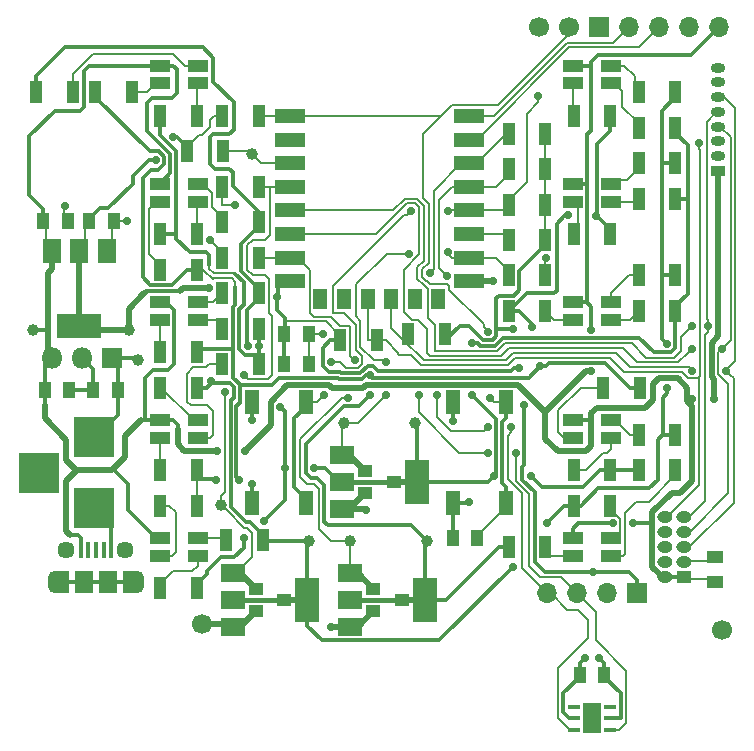
<source format=gbr>
G04 #@! TF.FileFunction,Copper,L1,Top,Signal*
%FSLAX46Y46*%
G04 Gerber Fmt 4.6, Leading zero omitted, Abs format (unit mm)*
G04 Created by KiCad (PCBNEW 4.0.7) date 2018 March 10, Saturday 13:23:40*
%MOMM*%
%LPD*%
G01*
G04 APERTURE LIST*
%ADD10C,0.100000*%
%ADD11R,1.100000X1.900000*%
%ADD12R,1.300000X1.000000*%
%ADD13O,1.300000X1.000000*%
%ADD14R,3.500000X3.500000*%
%ADD15R,2.000000X3.800000*%
%ADD16R,2.000000X1.500000*%
%ADD17R,3.800000X2.000000*%
%ADD18R,1.500000X2.000000*%
%ADD19R,1.600000X2.500000*%
%ADD20R,1.050000X0.450000*%
%ADD21R,1.500000X1.900000*%
%ADD22C,1.450000*%
%ADD23R,0.400000X1.350000*%
%ADD24O,1.200000X1.900000*%
%ADD25R,1.200000X1.900000*%
%ADD26R,2.500000X1.200000*%
%ADD27R,1.200000X1.800000*%
%ADD28R,1.100000X1.450000*%
%ADD29R,1.450000X1.100000*%
%ADD30R,1.200000X0.850000*%
%ADD31O,1.200000X0.850000*%
%ADD32R,1.300000X2.000000*%
%ADD33R,1.700000X1.700000*%
%ADD34O,1.700000X1.700000*%
%ADD35C,1.000000*%
%ADD36C,1.700000*%
%ADD37R,1.800000X1.800000*%
%ADD38O,1.800000X1.800000*%
%ADD39R,1.700000X1.100000*%
%ADD40C,0.700000*%
%ADD41C,0.300000*%
%ADD42C,0.200000*%
%ADD43C,0.500000*%
%ADD44C,0.400000*%
G04 APERTURE END LIST*
D10*
D11*
X115950000Y-75500000D03*
X119050000Y-75500000D03*
X118950000Y-59500000D03*
X122050000Y-59500000D03*
D12*
X122785000Y-91540000D03*
D13*
X121215000Y-91540000D03*
X122785000Y-90270000D03*
X121215000Y-90270000D03*
X122785000Y-89000000D03*
X121215000Y-89000000D03*
X122785000Y-87730000D03*
X121215000Y-87730000D03*
X122785000Y-86460000D03*
X121215000Y-86460000D03*
D14*
X72850000Y-79700000D03*
X72850000Y-85700000D03*
X68150000Y-82700000D03*
D15*
X100850000Y-93500000D03*
D16*
X94550000Y-93500000D03*
X94550000Y-95800000D03*
X94550000Y-91200000D03*
D15*
X100150000Y-83500000D03*
D16*
X93850000Y-83500000D03*
X93850000Y-85800000D03*
X93850000Y-81200000D03*
D15*
X90900000Y-93500000D03*
D16*
X84600000Y-93500000D03*
X84600000Y-95800000D03*
X84600000Y-91200000D03*
D17*
X71600000Y-70250000D03*
D18*
X71600000Y-63950000D03*
X69300000Y-63950000D03*
X73900000Y-63950000D03*
D19*
X115000000Y-103500000D03*
D20*
X116550000Y-104500000D03*
X116550000Y-103500000D03*
X116550000Y-102500000D03*
X113450000Y-102500000D03*
X113450000Y-103500000D03*
X113450000Y-104500000D03*
D21*
X74000000Y-91950000D03*
D22*
X70500000Y-89250000D03*
D23*
X72350000Y-89250000D03*
X71700000Y-89250000D03*
X74300000Y-89250000D03*
X73650000Y-89250000D03*
X73000000Y-89250000D03*
D22*
X75500000Y-89250000D03*
D21*
X72000000Y-91950000D03*
D24*
X69500000Y-91950000D03*
X76500000Y-91950000D03*
D25*
X75900000Y-91950000D03*
X70100000Y-91950000D03*
D26*
X89400000Y-52500000D03*
X89400000Y-54500000D03*
X89400000Y-56500000D03*
X89400000Y-58500000D03*
X89400000Y-60500000D03*
X89400000Y-62500000D03*
X89400000Y-64500000D03*
X89400000Y-66500000D03*
D27*
X92000000Y-68000000D03*
X94000000Y-68000000D03*
X96000000Y-68000000D03*
X98000000Y-68000000D03*
X100000000Y-68000000D03*
X102000000Y-68000000D03*
D26*
X104600000Y-66500000D03*
X104600000Y-64500000D03*
X104600000Y-62500000D03*
X104600000Y-60500000D03*
X104600000Y-58500000D03*
X104600000Y-56500000D03*
X104600000Y-54500000D03*
X104600000Y-52500000D03*
D28*
X74850000Y-75700000D03*
X72750000Y-75700000D03*
X68550000Y-61400000D03*
X70650000Y-61400000D03*
X68650000Y-75700000D03*
X70750000Y-75700000D03*
X72450000Y-61400000D03*
X74550000Y-61400000D03*
X88950000Y-73500000D03*
X91050000Y-73500000D03*
X88950000Y-71000000D03*
X91050000Y-71000000D03*
X105300000Y-88200000D03*
X103200000Y-88200000D03*
X113950000Y-99800000D03*
X116050000Y-99800000D03*
D29*
X125400000Y-91950000D03*
X125400000Y-89850000D03*
D30*
X125700000Y-57150000D03*
D31*
X125700000Y-55900000D03*
X125700000Y-54650000D03*
X125700000Y-53400000D03*
X125700000Y-52150000D03*
X125700000Y-50900000D03*
X125700000Y-49650000D03*
X125700000Y-48400000D03*
D12*
X96500000Y-92550000D03*
X96500000Y-94450000D03*
X98900000Y-93500000D03*
X95800000Y-82550000D03*
X95800000Y-84450000D03*
X98200000Y-83500000D03*
X86550000Y-92550000D03*
X86550000Y-94450000D03*
X88950000Y-93500000D03*
D11*
X80700000Y-55500000D03*
X83800000Y-55500000D03*
X83700000Y-52500000D03*
X86800000Y-52500000D03*
X111050000Y-63000000D03*
X107950000Y-63000000D03*
X107950000Y-66000000D03*
X111050000Y-66000000D03*
X86800000Y-64500000D03*
X83700000Y-64500000D03*
X111050000Y-60000000D03*
X107950000Y-60000000D03*
X86800000Y-58500000D03*
X83700000Y-58500000D03*
X76050000Y-50500000D03*
X72950000Y-50500000D03*
X78450000Y-65500000D03*
X81550000Y-65500000D03*
X81550000Y-52500000D03*
X78450000Y-52500000D03*
X81550000Y-62500000D03*
X78450000Y-62500000D03*
X71050000Y-50500000D03*
X67950000Y-50500000D03*
X83700000Y-61500000D03*
X86800000Y-61500000D03*
X78450000Y-72500000D03*
X81550000Y-72500000D03*
X78450000Y-82500000D03*
X81550000Y-82500000D03*
X83700000Y-70500000D03*
X86800000Y-70500000D03*
X83700000Y-73500000D03*
X86800000Y-73500000D03*
X83700000Y-67500000D03*
X86800000Y-67500000D03*
X78450000Y-75500000D03*
X81550000Y-75500000D03*
X78450000Y-85500000D03*
X81550000Y-85500000D03*
X113450000Y-52500000D03*
X116550000Y-52500000D03*
X78450000Y-92500000D03*
X81550000Y-92500000D03*
X118950000Y-53500000D03*
X122050000Y-53500000D03*
X84050000Y-88400000D03*
X87150000Y-88400000D03*
X118950000Y-50500000D03*
X122050000Y-50500000D03*
X113450000Y-62500000D03*
X116550000Y-62500000D03*
X111050000Y-69000000D03*
X107950000Y-69000000D03*
X118950000Y-69000000D03*
X122050000Y-69000000D03*
X118950000Y-56500000D03*
X122050000Y-56500000D03*
X118950000Y-66000000D03*
X122050000Y-66000000D03*
X111050000Y-89000000D03*
X107950000Y-89000000D03*
X113450000Y-82500000D03*
X116550000Y-82500000D03*
X122050000Y-82500000D03*
X118950000Y-82500000D03*
X118950000Y-79500000D03*
X122050000Y-79500000D03*
X116550000Y-85500000D03*
X113450000Y-85500000D03*
X111050000Y-54000000D03*
X107950000Y-54000000D03*
X93700000Y-71500000D03*
X96800000Y-71500000D03*
X111050000Y-57000000D03*
X107950000Y-57000000D03*
X102550000Y-71000000D03*
X99450000Y-71000000D03*
D32*
X107750000Y-76750000D03*
X103250000Y-76750000D03*
X103250000Y-85250000D03*
X107750000Y-85250000D03*
X90750000Y-76750000D03*
X86250000Y-76750000D03*
X86250000Y-85250000D03*
X90750000Y-85250000D03*
D33*
X118810000Y-92900000D03*
D34*
X116270000Y-92900000D03*
X113730000Y-92900000D03*
X111190000Y-92900000D03*
D35*
X86250000Y-55750000D03*
D36*
X82000000Y-95500000D03*
D35*
X94500000Y-88500000D03*
D36*
X110490000Y-45000000D03*
X113030000Y-45000000D03*
D35*
X94000000Y-78500000D03*
X83600000Y-85400000D03*
X67700000Y-70600000D03*
X76600000Y-73200000D03*
X101000000Y-88500000D03*
X100000000Y-78500000D03*
X91000000Y-88500000D03*
X75800000Y-70600000D03*
D36*
X126000000Y-96000000D03*
D33*
X115570000Y-45000000D03*
D34*
X118110000Y-45000000D03*
X120650000Y-45000000D03*
X123190000Y-45000000D03*
X125730000Y-45000000D03*
D37*
X74340000Y-72960000D03*
D38*
X71800000Y-72960000D03*
X69260000Y-72960000D03*
D39*
X78400000Y-79750000D03*
X78400000Y-78250000D03*
X81600000Y-78250000D03*
X81600000Y-79750000D03*
X78400000Y-69750000D03*
X78400000Y-68250000D03*
X81600000Y-68250000D03*
X81600000Y-69750000D03*
X78400000Y-59750000D03*
X78400000Y-58250000D03*
X81600000Y-58250000D03*
X81600000Y-59750000D03*
X78400000Y-49750000D03*
X78400000Y-48250000D03*
X81600000Y-48250000D03*
X81600000Y-49750000D03*
X78400000Y-89750000D03*
X78400000Y-88250000D03*
X81600000Y-88250000D03*
X81600000Y-89750000D03*
X113400000Y-49750000D03*
X113400000Y-48250000D03*
X116600000Y-48250000D03*
X116600000Y-49750000D03*
X113400000Y-59750000D03*
X113400000Y-58250000D03*
X116600000Y-58250000D03*
X116600000Y-59750000D03*
X113400000Y-69750000D03*
X113400000Y-68250000D03*
X116600000Y-68250000D03*
X116600000Y-69750000D03*
X113400000Y-79750000D03*
X113400000Y-78250000D03*
X116600000Y-78250000D03*
X116600000Y-79750000D03*
X113400000Y-89750000D03*
X113400000Y-88250000D03*
X116600000Y-88250000D03*
X116600000Y-89750000D03*
D40*
X70350000Y-60150000D03*
X104600000Y-85200000D03*
X84800000Y-60000000D03*
X75650002Y-61400000D03*
X86250000Y-78250000D03*
X86250000Y-83700000D03*
X95850000Y-85850000D03*
X103200000Y-78350000D03*
X111100000Y-64500034D03*
X115600000Y-98400000D03*
X92900000Y-95800000D03*
X106600000Y-66500000D03*
X92200000Y-71000000D03*
X82700000Y-63000000D03*
X125300000Y-76450000D03*
X85650000Y-80850000D03*
X83250000Y-80849996D03*
X114900000Y-74100067D03*
X114950000Y-70600000D03*
X123449990Y-76450000D03*
X118450023Y-86950000D03*
X116750000Y-87000014D03*
X88300023Y-67800000D03*
X82550000Y-67050000D03*
X78079898Y-56220110D03*
X108850000Y-73850000D03*
X79550000Y-54250000D03*
X108350000Y-70500002D03*
X109264315Y-76935685D03*
X115100000Y-91100000D03*
X114400000Y-98400000D03*
X106350000Y-76350000D03*
X106199992Y-70749935D03*
X102750000Y-66050000D03*
X101900000Y-76150000D03*
X106200004Y-78800000D03*
X108150000Y-78800000D03*
X101250000Y-65800000D03*
X106200000Y-81000000D03*
X108550000Y-81000000D03*
X100350000Y-76150000D03*
X124049990Y-54800000D03*
X126000000Y-72200000D03*
X123450000Y-72200000D03*
X124850000Y-70300000D03*
X123500000Y-70250000D03*
X126350000Y-74050000D03*
X123500000Y-74050000D03*
X94300000Y-76350012D03*
X94900000Y-73150000D03*
X96215498Y-76119935D03*
X85150000Y-83350000D03*
X83200000Y-83350000D03*
X109900000Y-70400000D03*
X113000000Y-60900002D03*
X115300011Y-61000000D03*
X96200000Y-74450000D03*
X110600000Y-73700000D03*
X97550000Y-76100000D03*
X97600000Y-73350000D03*
X102800000Y-64050000D03*
X99491840Y-64145503D03*
X85500000Y-88199999D03*
X89000000Y-82300000D03*
X109850000Y-83000000D03*
X106700000Y-83000000D03*
X91500000Y-82300000D03*
X86800000Y-72000000D03*
X87250000Y-86800000D03*
X104850000Y-71749957D03*
X88600000Y-77100000D03*
X104850000Y-76100000D03*
X83949979Y-75900000D03*
X85550000Y-74400000D03*
X121349990Y-71799933D03*
X121350000Y-75500000D03*
X85900000Y-72000000D03*
X82750000Y-74950000D03*
X108300000Y-90650000D03*
X111150000Y-86950000D03*
X92900000Y-73300000D03*
X99700001Y-60550000D03*
X102800000Y-60550000D03*
X92350000Y-76150000D03*
X110450000Y-50850000D03*
D41*
X74340000Y-72960000D02*
X76360000Y-72960000D01*
X76360000Y-72960000D02*
X76600000Y-73200000D01*
X72850000Y-79700000D02*
X72950000Y-79700000D01*
X72950000Y-79700000D02*
X74850000Y-77800000D01*
X74850000Y-77800000D02*
X74850000Y-76725000D01*
X74850000Y-76725000D02*
X74850000Y-75700000D01*
X74850000Y-75700000D02*
X74850000Y-73470000D01*
X74850000Y-73470000D02*
X74340000Y-72960000D01*
D42*
X70650000Y-61400000D02*
X70300000Y-61050000D01*
X70300000Y-61050000D02*
X70300000Y-60200000D01*
X70300000Y-60200000D02*
X70350000Y-60150000D01*
D41*
X104550000Y-85250000D02*
X104600000Y-85200000D01*
X103250000Y-85250000D02*
X104550000Y-85250000D01*
X74300000Y-89250000D02*
X74300000Y-86650000D01*
X74300000Y-86650000D02*
X74000000Y-86350000D01*
X73500000Y-86350000D02*
X72850000Y-85700000D01*
X74000000Y-86350000D02*
X73500000Y-86350000D01*
D42*
X83700000Y-60000000D02*
X84800000Y-60000000D01*
X83700000Y-58500000D02*
X83700000Y-60000000D01*
X74550000Y-61400000D02*
X75650002Y-61400000D01*
D41*
X86250000Y-76750000D02*
X86250000Y-78250000D01*
X86250000Y-85250000D02*
X86250000Y-83700000D01*
D43*
X95800000Y-85800000D02*
X95850000Y-85850000D01*
X93850000Y-85800000D02*
X95800000Y-85800000D01*
D41*
X103250000Y-76750000D02*
X103250000Y-78300000D01*
X103250000Y-78300000D02*
X103200000Y-78350000D01*
D42*
X111050000Y-64550034D02*
X111100000Y-64500034D01*
X111050000Y-66000000D02*
X111050000Y-64550034D01*
D41*
X116050000Y-99800000D02*
X116050000Y-98850000D01*
X116050000Y-98850000D02*
X115600000Y-98400000D01*
X116550000Y-103500000D02*
X117375000Y-103500000D01*
X117375000Y-103500000D02*
X117425001Y-103449999D01*
X117425001Y-103449999D02*
X117425001Y-101350001D01*
X117425001Y-101350001D02*
X116050000Y-99975000D01*
X116050000Y-99975000D02*
X116050000Y-99800000D01*
X74000000Y-91950000D02*
X75900000Y-91950000D01*
X72000000Y-91950000D02*
X74000000Y-91950000D01*
X72000000Y-91950000D02*
X70100000Y-91950000D01*
X70750000Y-75700000D02*
X72750000Y-75700000D01*
X71800000Y-72960000D02*
X72750000Y-73910000D01*
X72750000Y-73910000D02*
X72750000Y-75700000D01*
D43*
X94550000Y-95800000D02*
X92900000Y-95800000D01*
X93850000Y-85800000D02*
X94450000Y-85800000D01*
X94450000Y-85800000D02*
X95800000Y-84450000D01*
X94550000Y-95800000D02*
X95150000Y-95800000D01*
X95150000Y-95800000D02*
X96500000Y-94450000D01*
X84600000Y-95800000D02*
X85200000Y-95800000D01*
X85200000Y-95800000D02*
X86550000Y-94450000D01*
X82000000Y-95500000D02*
X84300000Y-95500000D01*
X84300000Y-95500000D02*
X84600000Y-95800000D01*
X104600000Y-66500000D02*
X106600000Y-66500000D01*
D42*
X122635000Y-90270000D02*
X122705000Y-90200000D01*
X122705000Y-90200000D02*
X125050000Y-90200000D01*
X125050000Y-90200000D02*
X125400000Y-89850000D01*
D41*
X103250000Y-85250000D02*
X103250000Y-87850000D01*
X103250000Y-87850000D02*
X103600000Y-88200000D01*
D42*
X91050000Y-73500000D02*
X91050000Y-71000000D01*
X91050000Y-71000000D02*
X92200000Y-71000000D01*
X83700000Y-64500000D02*
X83700000Y-64000000D01*
X83700000Y-64000000D02*
X82700000Y-63000000D01*
X74550000Y-61400000D02*
X74400000Y-61550000D01*
X74400000Y-61550000D02*
X74400000Y-63450000D01*
X74400000Y-63450000D02*
X73900000Y-63950000D01*
D43*
X89215997Y-75299999D02*
X92749999Y-75299999D01*
X87799998Y-76715998D02*
X89215997Y-75299999D01*
X92749999Y-75299999D02*
X93000000Y-75550000D01*
X108760001Y-75299999D02*
X110460016Y-77000014D01*
X93000000Y-75550000D02*
X95654080Y-75550000D01*
X87799998Y-78700002D02*
X87799998Y-76715998D01*
X95904081Y-75299999D02*
X108760001Y-75299999D01*
X85650000Y-80850000D02*
X87799998Y-78700002D01*
X95654080Y-75550000D02*
X95904081Y-75299999D01*
D41*
X78400000Y-48250000D02*
X72400000Y-48250000D01*
X72400000Y-48250000D02*
X71950001Y-48699999D01*
X71950001Y-48699999D02*
X71950001Y-51730001D01*
X67350000Y-59175000D02*
X68550000Y-60375000D01*
X71950001Y-51730001D02*
X71630002Y-52050000D01*
X71630002Y-52050000D02*
X69500000Y-52050000D01*
X67350000Y-54200000D02*
X67350000Y-59175000D01*
X69500000Y-52050000D02*
X67350000Y-54200000D01*
X68550000Y-60375000D02*
X68550000Y-61400000D01*
X114900000Y-48300000D02*
X114900000Y-53750000D01*
X114900000Y-53750000D02*
X114600001Y-54049999D01*
X114600001Y-54049999D02*
X114600001Y-58400000D01*
X114600001Y-58400000D02*
X114600001Y-68300001D01*
X114600001Y-68300001D02*
X114950000Y-68650000D01*
D43*
X123084004Y-76650000D02*
X123450000Y-77015996D01*
X123450000Y-77015996D02*
X123450000Y-83410002D01*
X123450000Y-83410002D02*
X122460002Y-84400000D01*
X121781483Y-84400000D02*
X120114990Y-86066493D01*
X122460002Y-84400000D02*
X121781483Y-84400000D01*
X120114990Y-86066493D02*
X120114990Y-86850000D01*
D41*
X113400000Y-88250000D02*
X113400000Y-87450000D01*
X113400000Y-87450000D02*
X113849986Y-87000014D01*
X113849986Y-87000014D02*
X116255026Y-87000014D01*
X116255026Y-87000014D02*
X116750000Y-87000014D01*
D43*
X114950000Y-78250000D02*
X114950000Y-80410002D01*
X111050000Y-77589998D02*
X110460016Y-77000014D01*
X114950000Y-80410002D02*
X114460002Y-80900000D01*
X114460002Y-80900000D02*
X112100000Y-80900000D01*
X112100000Y-80900000D02*
X111050000Y-79850000D01*
X111050000Y-79850000D02*
X111050000Y-77589998D01*
X110460016Y-77000014D02*
X111030001Y-77569999D01*
X111030001Y-77569999D02*
X114500000Y-74100000D01*
X114850000Y-74100000D02*
X114850067Y-74100067D01*
X114500000Y-74100000D02*
X114850000Y-74100000D01*
X114850067Y-74100067D02*
X114900000Y-74100067D01*
X114950000Y-78250000D02*
X114950000Y-77689998D01*
X115389999Y-77249999D02*
X119465999Y-77249999D01*
X120700002Y-74699998D02*
X122284000Y-74699998D01*
X114950000Y-77689998D02*
X115389999Y-77249999D01*
X119465999Y-77249999D02*
X120200000Y-76515998D01*
X120200000Y-76515998D02*
X120200000Y-75200000D01*
X120200000Y-75200000D02*
X120700002Y-74699998D01*
X122284000Y-74699998D02*
X123084004Y-75500002D01*
X123084004Y-75500002D02*
X123084004Y-76650000D01*
X125149987Y-74589824D02*
X125300000Y-74739837D01*
X125700000Y-57150000D02*
X125700000Y-71150000D01*
X125300000Y-74739837D02*
X125300000Y-75955026D01*
X125300000Y-75955026D02*
X125300000Y-76450000D01*
X125700000Y-71150000D02*
X125149987Y-71700013D01*
X125149987Y-71700013D02*
X125149987Y-74589824D01*
X82755026Y-80849996D02*
X83250000Y-80849996D01*
X80489994Y-80849996D02*
X82755026Y-80849996D01*
X79950000Y-79000000D02*
X79950000Y-80310002D01*
X79950000Y-80310002D02*
X80489994Y-80849996D01*
D41*
X78400000Y-68250000D02*
X78930002Y-68250000D01*
X78930002Y-68250000D02*
X79600001Y-68919999D01*
X77819998Y-74000000D02*
X77150000Y-74669998D01*
X79600001Y-68919999D02*
X79600001Y-73480001D01*
X79600001Y-73480001D02*
X79080002Y-74000000D01*
X79080002Y-74000000D02*
X77819998Y-74000000D01*
X77150000Y-74669998D02*
X77150000Y-78250000D01*
X78400000Y-58250000D02*
X79299988Y-57350012D01*
X77300000Y-53743124D02*
X77300000Y-51400000D01*
X79550000Y-48250000D02*
X78400000Y-48250000D01*
X79299988Y-57350012D02*
X79299988Y-55743112D01*
X79299988Y-55743112D02*
X77300000Y-53743124D01*
X77300000Y-51400000D02*
X77750000Y-50950000D01*
X77750000Y-50950000D02*
X79450000Y-50950000D01*
X79450000Y-50950000D02*
X79850000Y-50550000D01*
X79850000Y-48550000D02*
X79550000Y-48250000D01*
X79850000Y-50550000D02*
X79850000Y-48550000D01*
D43*
X68950000Y-72600000D02*
X68950000Y-70600000D01*
X68950000Y-70600000D02*
X68950000Y-65800000D01*
D41*
X67700000Y-70600000D02*
X68407106Y-70600000D01*
X68407106Y-70600000D02*
X68950000Y-70600000D01*
D43*
X69260000Y-72960000D02*
X69260000Y-72910000D01*
X69260000Y-72910000D02*
X68950000Y-72600000D01*
X68950000Y-65800000D02*
X69300000Y-65450000D01*
X69300000Y-65450000D02*
X69300000Y-63950000D01*
D41*
X68960000Y-72960000D02*
X69260000Y-72960000D01*
X70839998Y-88000000D02*
X71450000Y-88000000D01*
X71450000Y-88000000D02*
X71700000Y-88250000D01*
X71700000Y-88250000D02*
X71700000Y-89250000D01*
D43*
X70839998Y-88000000D02*
X70500000Y-87660002D01*
X70500000Y-87660002D02*
X70500000Y-83400000D01*
X70500000Y-83400000D02*
X71400000Y-82500000D01*
X71400000Y-82500000D02*
X71650000Y-82500000D01*
X71650000Y-82500000D02*
X71339998Y-82500000D01*
X71339998Y-82500000D02*
X70450000Y-81610002D01*
X70450000Y-81610002D02*
X70450000Y-79900000D01*
X70450000Y-79900000D02*
X68650000Y-78100000D01*
X68650000Y-78100000D02*
X68650000Y-77000000D01*
X71650000Y-82500000D02*
X74360002Y-82500000D01*
X74360002Y-82500000D02*
X74460002Y-82400000D01*
D41*
X68650000Y-75700000D02*
X68650000Y-77000000D01*
D43*
X75450000Y-81410002D02*
X74460002Y-82400000D01*
X76800000Y-78250000D02*
X75450000Y-79600000D01*
X75450000Y-79600000D02*
X75450000Y-81410002D01*
D41*
X78400000Y-88250000D02*
X78100000Y-88250000D01*
X75700000Y-85850000D02*
X75700000Y-83639998D01*
X78100000Y-88250000D02*
X75700000Y-85850000D01*
X75700000Y-83639998D02*
X74460002Y-82400000D01*
X68650000Y-75700000D02*
X68650000Y-75875000D01*
X77150000Y-78250000D02*
X76800000Y-78250000D01*
X123449990Y-76450000D02*
X123284004Y-76450000D01*
X123284004Y-76450000D02*
X123084004Y-76650000D01*
X113400000Y-78250000D02*
X114950000Y-78250000D01*
X114550000Y-68250000D02*
X114950000Y-68650000D01*
X113400000Y-68250000D02*
X114550000Y-68250000D01*
X114950000Y-70105026D02*
X114950000Y-70600000D01*
X114950000Y-68650000D02*
X114950000Y-70105026D01*
X77150000Y-78250000D02*
X78400000Y-78250000D01*
X79950000Y-79000000D02*
X79950000Y-78650000D01*
X79950000Y-78650000D02*
X79550000Y-78250000D01*
X79550000Y-78250000D02*
X78400000Y-78250000D01*
X120014990Y-86950000D02*
X118944997Y-86950000D01*
X120114990Y-86850000D02*
X120014990Y-86950000D01*
X118944997Y-86950000D02*
X118450023Y-86950000D01*
D43*
X120114990Y-90663507D02*
X120114990Y-86850000D01*
X121365000Y-91540000D02*
X120991483Y-91540000D01*
X120991483Y-91540000D02*
X120114990Y-90663507D01*
D41*
X122635000Y-91540000D02*
X121365000Y-91540000D01*
X113050000Y-68250000D02*
X113400000Y-68250000D01*
X114600001Y-58300001D02*
X114600001Y-58400000D01*
X113400000Y-58250000D02*
X114550000Y-58250000D01*
X114550000Y-58250000D02*
X114600001Y-58300001D01*
X114900000Y-47919998D02*
X114900000Y-48300000D01*
X114850000Y-48250000D02*
X114900000Y-48300000D01*
X113400000Y-48250000D02*
X114850000Y-48250000D01*
X125730000Y-45000000D02*
X123380001Y-47349999D01*
X123380001Y-47349999D02*
X115469999Y-47349999D01*
X115469999Y-47349999D02*
X114900000Y-47919998D01*
X68650000Y-75700000D02*
X68650000Y-73570000D01*
X68650000Y-73570000D02*
X69260000Y-72960000D01*
D42*
X122635000Y-91540000D02*
X122795000Y-91700000D01*
X122795000Y-91700000D02*
X125150000Y-91700000D01*
X125150000Y-91700000D02*
X125400000Y-91950000D01*
X68550000Y-61400000D02*
X68800000Y-61650000D01*
X68800000Y-61650000D02*
X68800000Y-63450000D01*
X68800000Y-63450000D02*
X69300000Y-63950000D01*
D41*
X72450000Y-61400000D02*
X72450000Y-61200000D01*
X76100000Y-58250000D02*
X76100000Y-57575000D01*
X72450000Y-61200000D02*
X73350000Y-60300000D01*
X74050000Y-60300000D02*
X76100000Y-58250000D01*
X73350000Y-60300000D02*
X74050000Y-60300000D01*
X76100000Y-57575000D02*
X77454890Y-56220110D01*
X77454890Y-56220110D02*
X77584924Y-56220110D01*
X77584924Y-56220110D02*
X78079898Y-56220110D01*
X110149999Y-84336001D02*
X109099999Y-83286001D01*
X110149999Y-90230001D02*
X110149999Y-84336001D01*
X111019997Y-91099999D02*
X110149999Y-90230001D01*
X109099999Y-83286001D02*
X109099999Y-82250001D01*
X109264315Y-82085685D02*
X109264315Y-77430659D01*
X109264315Y-77430659D02*
X109264315Y-76935685D01*
X109099999Y-82250001D02*
X109264315Y-82085685D01*
X115100000Y-91100000D02*
X111019997Y-91099999D01*
X93700000Y-71500000D02*
X92850000Y-71500000D01*
X92850000Y-71500000D02*
X92199999Y-72150001D01*
X92199999Y-72150001D02*
X92199999Y-73636001D01*
X95998415Y-73650000D02*
X96500000Y-73650000D01*
X92199999Y-73636001D02*
X92714008Y-74150010D01*
X92714008Y-74150010D02*
X93651597Y-74150010D01*
X108355026Y-73850000D02*
X108850000Y-73850000D01*
X93651597Y-74150010D02*
X93751600Y-74250013D01*
X93751600Y-74250013D02*
X95398402Y-74250013D01*
X95398402Y-74250013D02*
X95998415Y-73650000D01*
X96500000Y-73650000D02*
X96900001Y-74050001D01*
X96900001Y-74050001D02*
X108155025Y-74050001D01*
X108155025Y-74050001D02*
X108355026Y-73850000D01*
D42*
X93700000Y-71500000D02*
X93700000Y-71100000D01*
X93700000Y-71100000D02*
X92500000Y-69900000D01*
X92500000Y-69900000D02*
X89000000Y-69900000D01*
X89000000Y-69900000D02*
X89000000Y-69600000D01*
D41*
X88300023Y-67800000D02*
X88300023Y-68900023D01*
X88300023Y-68900023D02*
X89000000Y-69600000D01*
X88300023Y-67800000D02*
X88400000Y-67700023D01*
X88400000Y-67700023D02*
X88400000Y-66500000D01*
X88400000Y-66500000D02*
X89400000Y-66500000D01*
D42*
X83700000Y-52500000D02*
X83000000Y-52500000D01*
X83000000Y-52500000D02*
X82650000Y-52850000D01*
X82650000Y-52850000D02*
X82650000Y-53440002D01*
X82650000Y-53440002D02*
X81990002Y-54100000D01*
X81990002Y-54100000D02*
X81700000Y-54100000D01*
X81700000Y-54100000D02*
X80700000Y-55100000D01*
X80700000Y-55100000D02*
X80700000Y-55500000D01*
D43*
X82550000Y-67050000D02*
X80399999Y-67050000D01*
X80399999Y-67050000D02*
X80100000Y-67349999D01*
D41*
X77269999Y-67349999D02*
X80100000Y-67349999D01*
D43*
X75800000Y-70600000D02*
X75800000Y-68819998D01*
X75800000Y-68819998D02*
X77099999Y-67519999D01*
X77099999Y-67519999D02*
X77169998Y-67450000D01*
D41*
X77169998Y-67450000D02*
X77269999Y-67349999D01*
D43*
X75800000Y-70600000D02*
X71950000Y-70600000D01*
X71950000Y-70600000D02*
X71600000Y-70250000D01*
X71600000Y-70250000D02*
X71600000Y-63950000D01*
D41*
X106900002Y-70500000D02*
X106900002Y-71136001D01*
X104563996Y-70250000D02*
X103800000Y-70250000D01*
X105763941Y-71449945D02*
X104563996Y-70250000D01*
X106900002Y-71136001D02*
X106586058Y-71449945D01*
X103800000Y-70250000D02*
X102550000Y-71500000D01*
X106586058Y-71449945D02*
X105763941Y-71449945D01*
X79850000Y-54250000D02*
X79550000Y-54250000D01*
X80700000Y-55100000D02*
X79850000Y-54250000D01*
X106900002Y-67919996D02*
X106900002Y-70500000D01*
X108350000Y-70500002D02*
X107855026Y-70500002D01*
X107855026Y-70500002D02*
X107855024Y-70500000D01*
X107855024Y-70500000D02*
X106900002Y-70500000D01*
X107119999Y-67699999D02*
X106900002Y-67919996D01*
X108380003Y-67699999D02*
X107119999Y-67699999D01*
X111050000Y-63000000D02*
X111050000Y-63400000D01*
X108850001Y-65599999D02*
X108850001Y-67230001D01*
X111050000Y-63400000D02*
X108850001Y-65599999D01*
X108850001Y-67230001D02*
X108380003Y-67699999D01*
X115100000Y-91100000D02*
X118160000Y-91100000D01*
X118160000Y-91100000D02*
X118810000Y-91750000D01*
X118810000Y-91750000D02*
X118810000Y-92900000D01*
X113950000Y-99800000D02*
X113950000Y-98850000D01*
X113950000Y-98850000D02*
X114400000Y-98400000D01*
X113450000Y-103500000D02*
X113069998Y-103500000D01*
X113069998Y-103500000D02*
X112574999Y-103005001D01*
X112574999Y-103005001D02*
X112574999Y-101350001D01*
X112574999Y-101350001D02*
X113950000Y-99975000D01*
X113950000Y-99975000D02*
X113950000Y-99800000D01*
X71350000Y-70500000D02*
X71600000Y-70250000D01*
D42*
X111050000Y-60000000D02*
X111050000Y-63000000D01*
X111050000Y-57000000D02*
X111050000Y-60000000D01*
X111050000Y-54000000D02*
X111050000Y-57000000D01*
D41*
X89000000Y-69600000D02*
X89000000Y-70950000D01*
X88950000Y-73500000D02*
X88950000Y-71000000D01*
X89000000Y-70950000D02*
X88950000Y-71000000D01*
D42*
X88950000Y-73500000D02*
X88950000Y-72575000D01*
X88950000Y-72575000D02*
X88950000Y-71000000D01*
X71600000Y-63950000D02*
X71600000Y-63600000D01*
X71600000Y-63600000D02*
X72100000Y-63100000D01*
X72100000Y-63100000D02*
X72100000Y-61750000D01*
X72100000Y-61750000D02*
X72450000Y-61400000D01*
X102209998Y-52500000D02*
X100700000Y-54009998D01*
X100700000Y-54009998D02*
X100700000Y-59456595D01*
X100700000Y-59456595D02*
X101172306Y-59928901D01*
X101172306Y-59928901D02*
X101172306Y-64915692D01*
X101172306Y-64915692D02*
X100599999Y-65487999D01*
X100599999Y-65487999D02*
X100599999Y-66112001D01*
X105849993Y-70399936D02*
X106199992Y-70749935D01*
X100599999Y-66112001D02*
X100937999Y-66450001D01*
X100937999Y-66450001D02*
X101055703Y-66450001D01*
X101305702Y-66700000D02*
X102740002Y-66700000D01*
X101055703Y-66450001D02*
X101305702Y-66700000D01*
X102740002Y-66700000D02*
X102900001Y-66859999D01*
X102900001Y-66859999D02*
X102900001Y-67200001D01*
X105849993Y-70149993D02*
X105849993Y-70399936D01*
X102900001Y-67200001D02*
X105849993Y-70149993D01*
D41*
X107750000Y-85250000D02*
X107750000Y-83950000D01*
X107400016Y-78399984D02*
X107750000Y-78050000D01*
X107750000Y-83950000D02*
X107400016Y-83600016D01*
X107750000Y-78050000D02*
X107750000Y-76750000D01*
X107400016Y-83600016D02*
X107400016Y-78399984D01*
D42*
X106699999Y-76699999D02*
X106350000Y-76350000D01*
X106750000Y-76750000D02*
X106699999Y-76699999D01*
X107750000Y-76750000D02*
X106750000Y-76750000D01*
X105300000Y-88200000D02*
X105300000Y-88025000D01*
X105300000Y-88025000D02*
X107750000Y-85575000D01*
X107750000Y-85575000D02*
X107750000Y-85250000D01*
X89400000Y-52500000D02*
X102209998Y-52500000D01*
X102209998Y-52500000D02*
X103109999Y-51599999D01*
X103109999Y-51599999D02*
X107000001Y-51599999D01*
X107000001Y-51599999D02*
X113030000Y-45570000D01*
X113030000Y-45570000D02*
X113030000Y-45000000D01*
X86800000Y-52500000D02*
X87550000Y-52500000D01*
X87550000Y-52500000D02*
X89400000Y-52500000D01*
X116810509Y-46299491D02*
X117260001Y-45849999D01*
X112866209Y-46299491D02*
X116810509Y-46299491D01*
X117260001Y-45849999D02*
X118110000Y-45000000D01*
X104600000Y-52500000D02*
X106665700Y-52500000D01*
X106665700Y-52500000D02*
X112866209Y-46299491D01*
X118950499Y-46699501D02*
X119800001Y-45849999D01*
X113050499Y-46699501D02*
X118950499Y-46699501D01*
X105250000Y-54500000D02*
X113050499Y-46699501D01*
X104600000Y-54500000D02*
X105250000Y-54500000D01*
X119800001Y-45849999D02*
X120650000Y-45000000D01*
X102400001Y-65700001D02*
X102750000Y-66050000D01*
X102049998Y-65349998D02*
X102400001Y-65700001D01*
X102049998Y-59600002D02*
X102049998Y-65349998D01*
X103150000Y-58500000D02*
X102049998Y-59600002D01*
X104600000Y-58500000D02*
X103150000Y-58500000D01*
X109050000Y-90760000D02*
X109050000Y-84438115D01*
X107850027Y-83238142D02*
X107850027Y-79594947D01*
X108150000Y-79294974D02*
X108150000Y-78800000D01*
X109050000Y-84438115D02*
X107850027Y-83238142D01*
X107850027Y-79594947D02*
X108150000Y-79294974D01*
X111190000Y-92900000D02*
X109050000Y-90760000D01*
X101900000Y-76644974D02*
X101900000Y-76150000D01*
X101900000Y-77981231D02*
X101900000Y-76644974D01*
X105850005Y-79149999D02*
X103068768Y-79149999D01*
X106200004Y-78800000D02*
X105850005Y-79149999D01*
X103068768Y-79149999D02*
X101900000Y-77981231D01*
X113450000Y-104500000D02*
X113150000Y-104500000D01*
X113150000Y-104500000D02*
X112124990Y-103474990D01*
X112124990Y-103474990D02*
X112124990Y-99275010D01*
X112124990Y-99275010D02*
X114700000Y-96700000D01*
X114700000Y-96700000D02*
X114700000Y-95200000D01*
X114700000Y-95200000D02*
X113800000Y-94300000D01*
X113800000Y-94300000D02*
X112900000Y-94300000D01*
X112900000Y-94300000D02*
X111500000Y-92900000D01*
X111500000Y-92900000D02*
X111190000Y-92900000D01*
X104600000Y-58500000D02*
X106850000Y-58500000D01*
X106850000Y-58500000D02*
X107950000Y-57400000D01*
X107950000Y-57400000D02*
X107950000Y-57000000D01*
X101599999Y-65450001D02*
X101250000Y-65800000D01*
X101600035Y-65449965D02*
X101599999Y-65450001D01*
X101600035Y-58849965D02*
X101600035Y-65449965D01*
X103950000Y-56500000D02*
X101600035Y-58849965D01*
X104600000Y-56500000D02*
X103950000Y-56500000D01*
X108550000Y-83372415D02*
X108550000Y-81494974D01*
X112380010Y-91550010D02*
X110600010Y-91550010D01*
X109650000Y-90600000D02*
X109650000Y-84472415D01*
X108550000Y-81494974D02*
X108550000Y-81000000D01*
X110600010Y-91550010D02*
X109650000Y-90600000D01*
X109650000Y-84472415D02*
X108550000Y-83372415D01*
X113730000Y-92900000D02*
X112380010Y-91550010D01*
X105705026Y-81000000D02*
X106200000Y-81000000D01*
X103750000Y-81000000D02*
X105705026Y-81000000D01*
X100350000Y-77600000D02*
X103750000Y-81000000D01*
X100350000Y-76150000D02*
X100350000Y-77600000D01*
X116550000Y-104500000D02*
X117275000Y-104500000D01*
X117275000Y-104500000D02*
X117875011Y-103899989D01*
X117875011Y-99475011D02*
X115300000Y-96900000D01*
X117875011Y-103899989D02*
X117875011Y-99475011D01*
X115300000Y-96900000D02*
X115300000Y-94470000D01*
X115300000Y-94470000D02*
X113730000Y-92900000D01*
X104600000Y-56500000D02*
X105250000Y-56500000D01*
X105250000Y-56500000D02*
X107750000Y-54000000D01*
X107750000Y-54000000D02*
X107950000Y-54000000D01*
X96800000Y-71500000D02*
X97550000Y-71500000D01*
X98599999Y-72690001D02*
X98659999Y-72750001D01*
X107865699Y-73600000D02*
X108515653Y-72950046D01*
X97550000Y-71500000D02*
X98599999Y-72549999D01*
X98599999Y-72549999D02*
X98599999Y-72690001D01*
X98659999Y-72750001D02*
X99700001Y-72750001D01*
X99700001Y-72750001D02*
X100550000Y-73600000D01*
X100550000Y-73600000D02*
X107865699Y-73600000D01*
X108515653Y-72950046D02*
X116550046Y-72950046D01*
X116550046Y-72950046D02*
X117749987Y-74149987D01*
X117749987Y-74149987D02*
X122599987Y-74149987D01*
X122599987Y-74149987D02*
X123150001Y-74700001D01*
X123150001Y-74700001D02*
X123999999Y-74700001D01*
X123999999Y-74700001D02*
X124100000Y-74600000D01*
X124049990Y-55294974D02*
X124049990Y-54800000D01*
X124100000Y-74600000D02*
X124150002Y-74549998D01*
X124150002Y-55394986D02*
X124049990Y-55294974D01*
X124150002Y-74549998D02*
X124150002Y-55394986D01*
X124100000Y-83725000D02*
X124100000Y-74600000D01*
X121365000Y-86460000D02*
X124100000Y-83725000D01*
X125400000Y-54650000D02*
X126200000Y-54650000D01*
X96000000Y-68000000D02*
X96000000Y-71450000D01*
X96050000Y-71500000D02*
X96800000Y-71500000D01*
X96000000Y-71450000D02*
X96050000Y-71500000D01*
X122635000Y-87730000D02*
X123270000Y-87730000D01*
X123270000Y-87730000D02*
X126550000Y-84450000D01*
X126550000Y-84450000D02*
X126550000Y-75212004D01*
X126550000Y-75212004D02*
X125699999Y-74362003D01*
X125699999Y-74362003D02*
X125699999Y-72500001D01*
X125699999Y-72500001D02*
X126000000Y-72200000D01*
X89400000Y-62500000D02*
X96737994Y-62500000D01*
X99740001Y-69749999D02*
X100240001Y-69749999D01*
X99337996Y-59899998D02*
X100012003Y-59899998D01*
X96737994Y-62500000D02*
X99337996Y-59899998D01*
X100240001Y-69749999D02*
X101044290Y-70554288D01*
X100012003Y-59899998D02*
X100356620Y-60244615D01*
X100356620Y-60244615D02*
X100356620Y-64199976D01*
X100356620Y-64199976D02*
X99050002Y-65506594D01*
X99050002Y-65506594D02*
X99050002Y-69060000D01*
X107300022Y-72799978D02*
X107949976Y-72150024D01*
X99050002Y-69060000D02*
X99740001Y-69749999D01*
X107949976Y-72150024D02*
X117600024Y-72150024D01*
X101244279Y-72799978D02*
X107300022Y-72799978D01*
X101044290Y-70554288D02*
X101044290Y-72599989D01*
X101044290Y-72599989D02*
X101244279Y-72799978D01*
X117600024Y-72150024D02*
X118799965Y-73349965D01*
X118799965Y-73349965D02*
X122300035Y-73349965D01*
X122300035Y-73349965D02*
X123100001Y-72549999D01*
X123100001Y-72549999D02*
X123450000Y-72200000D01*
X126349999Y-71850001D02*
X126000000Y-72200000D01*
X126749997Y-71450003D02*
X126349999Y-71850001D01*
X125875000Y-53400000D02*
X126749997Y-54274997D01*
X125700000Y-53400000D02*
X125875000Y-53400000D01*
X126749997Y-54274997D02*
X126749997Y-71450003D01*
X122635000Y-86460000D02*
X123240000Y-86460000D01*
X123240000Y-86460000D02*
X124600012Y-85099988D01*
X124600012Y-85099988D02*
X124600012Y-74717682D01*
X124599976Y-74717646D02*
X124599976Y-71044998D01*
X124600012Y-74717682D02*
X124599976Y-74717646D01*
X124850000Y-70794974D02*
X124850000Y-70300000D01*
X124599976Y-71044998D02*
X124850000Y-70794974D01*
X89400000Y-60500000D02*
X98172294Y-60500000D01*
X100772310Y-66850012D02*
X100799995Y-66850012D01*
X98172294Y-60500000D02*
X99172307Y-59499987D01*
X100772295Y-60094590D02*
X100772295Y-64750003D01*
X101099999Y-69599999D02*
X101699999Y-70199999D01*
X99172307Y-59499987D02*
X100177692Y-59499987D01*
X100177692Y-59499987D02*
X100772295Y-60094590D01*
X100772295Y-64750003D02*
X100199988Y-65322310D01*
X100199988Y-65322310D02*
X100199988Y-66277690D01*
X122500013Y-71249987D02*
X123500000Y-70250000D01*
X100199988Y-66277690D02*
X100772310Y-66850012D01*
X101699999Y-70199999D02*
X101699999Y-72399967D01*
X100799995Y-66850012D02*
X101099999Y-67150016D01*
X101099999Y-67150016D02*
X101099999Y-69599999D01*
X101699999Y-72399967D02*
X106979569Y-72399967D01*
X106979569Y-72399967D02*
X107629523Y-71750013D01*
X107629523Y-71750013D02*
X118400013Y-71750013D01*
X118400013Y-71750013D02*
X119599954Y-72949954D01*
X119599954Y-72949954D02*
X121950046Y-72949954D01*
X121950046Y-72949954D02*
X122500013Y-72399987D01*
X122500013Y-72399987D02*
X122500013Y-71249987D01*
X124850000Y-69805026D02*
X124850000Y-70300000D01*
X124700000Y-69655026D02*
X124850000Y-69805026D01*
X125525000Y-52150000D02*
X124700000Y-52975000D01*
X124700000Y-52975000D02*
X124700000Y-69655026D01*
X125700000Y-52150000D02*
X125525000Y-52150000D01*
X122635000Y-89000000D02*
X123250000Y-89000000D01*
X123250000Y-89000000D02*
X126999999Y-85250001D01*
X126999999Y-85250001D02*
X126999999Y-74699999D01*
X126999999Y-74699999D02*
X126699999Y-74399999D01*
X126699999Y-74399999D02*
X126350000Y-74050000D01*
X126200000Y-50900000D02*
X127150000Y-51850000D01*
X127150000Y-51850000D02*
X127150000Y-73250000D01*
X127150000Y-73250000D02*
X126699999Y-73700001D01*
X126699999Y-73700001D02*
X126350000Y-74050000D01*
X98900000Y-71350000D02*
X100749989Y-73199989D01*
X100749989Y-73199989D02*
X107700010Y-73199989D01*
X108349964Y-72550035D02*
X117050035Y-72550035D01*
X118249976Y-73749976D02*
X123199976Y-73749976D01*
X107700010Y-73199989D02*
X108349964Y-72550035D01*
X117050035Y-72550035D02*
X118249976Y-73749976D01*
X123199976Y-73749976D02*
X123500000Y-74050000D01*
X98000000Y-70450000D02*
X98900000Y-71350000D01*
X99450000Y-71000000D02*
X99250000Y-71000000D01*
X99250000Y-71000000D02*
X98900000Y-71350000D01*
X98000000Y-68000000D02*
X98000000Y-70450000D01*
X76050000Y-50500000D02*
X77350000Y-50500000D01*
X77350000Y-50500000D02*
X78100000Y-49750000D01*
X78100000Y-49750000D02*
X78400000Y-49750000D01*
X81600000Y-48250000D02*
X80550000Y-48250000D01*
X80550000Y-48250000D02*
X79550000Y-47250000D01*
X79550000Y-47250000D02*
X72750000Y-47250000D01*
X71050000Y-48950000D02*
X71050000Y-50500000D01*
X72750000Y-47250000D02*
X71050000Y-48950000D01*
X80800000Y-48250000D02*
X81600000Y-48250000D01*
X81550000Y-48200000D02*
X81600000Y-48250000D01*
X81550000Y-52500000D02*
X81550000Y-49800000D01*
X81550000Y-49800000D02*
X81600000Y-49750000D01*
X78400000Y-59750000D02*
X78100000Y-59750000D01*
X78100000Y-59750000D02*
X77500000Y-60350000D01*
X77500000Y-60350000D02*
X77500000Y-64200000D01*
X78450000Y-65150000D02*
X78450000Y-65500000D01*
X77500000Y-64200000D02*
X78450000Y-65150000D01*
X83700000Y-61100000D02*
X83700000Y-61500000D01*
X82800000Y-60200000D02*
X83700000Y-61100000D01*
X82800000Y-59009998D02*
X82800000Y-60200000D01*
X82040002Y-58250000D02*
X82800000Y-59009998D01*
X81600000Y-58250000D02*
X82040002Y-58250000D01*
X81550000Y-62500000D02*
X81550000Y-59800000D01*
X81550000Y-59800000D02*
X81600000Y-59750000D01*
X78400000Y-69750000D02*
X78400000Y-72450000D01*
X78400000Y-72450000D02*
X78450000Y-72500000D01*
X81600000Y-68250000D02*
X82950000Y-68250000D01*
X82950000Y-68250000D02*
X83700000Y-67500000D01*
X81600000Y-69750000D02*
X83550000Y-69750000D01*
X83550000Y-69750000D02*
X83700000Y-69900000D01*
X83700000Y-69900000D02*
X83700000Y-70500000D01*
X78400000Y-79750000D02*
X78400000Y-82450000D01*
X78400000Y-82450000D02*
X78450000Y-82500000D01*
X81600000Y-78250000D02*
X81300000Y-78250000D01*
X81300000Y-78250000D02*
X78550000Y-75500000D01*
X78550000Y-75500000D02*
X78450000Y-75500000D01*
X81600000Y-78250000D02*
X82350000Y-78250000D01*
X83700000Y-73500000D02*
X82590002Y-73500000D01*
X82340001Y-73750001D02*
X81259997Y-73750001D01*
X80699999Y-74309999D02*
X80699999Y-76690001D01*
X82590002Y-73500000D02*
X82340001Y-73750001D01*
X81009998Y-77000000D02*
X82400000Y-77000000D01*
X81259997Y-73750001D02*
X80699999Y-74309999D01*
X82650000Y-79750000D02*
X81600000Y-79750000D01*
X80699999Y-76690001D02*
X81009998Y-77000000D01*
X82400000Y-77000000D02*
X82900000Y-77500000D01*
X82900000Y-77500000D02*
X82900000Y-79500000D01*
X82900000Y-79500000D02*
X82650000Y-79750000D01*
X78450000Y-85500000D02*
X79200000Y-85500000D01*
X79750000Y-86050000D02*
X79750000Y-89450000D01*
X79200000Y-85500000D02*
X79750000Y-86050000D01*
X79750000Y-89450000D02*
X79450000Y-89750000D01*
X79450000Y-89750000D02*
X78400000Y-89750000D01*
X81600000Y-88250000D02*
X83900000Y-88250000D01*
X83900000Y-88250000D02*
X84050000Y-88400000D01*
X81600000Y-88250000D02*
X81900000Y-88250000D01*
X78450000Y-92500000D02*
X78450000Y-92100000D01*
X78450000Y-92100000D02*
X79500000Y-91050000D01*
X81600000Y-90600000D02*
X81600000Y-89750000D01*
X79500000Y-91050000D02*
X81150000Y-91050000D01*
X81150000Y-91050000D02*
X81600000Y-90600000D01*
X113400000Y-49750000D02*
X113400000Y-52450000D01*
X113400000Y-52450000D02*
X113450000Y-52500000D01*
X116600000Y-48250000D02*
X117700000Y-48250000D01*
X117700000Y-48250000D02*
X118600000Y-49150000D01*
X118600000Y-49150000D02*
X118600000Y-50150000D01*
X118600000Y-50150000D02*
X118950000Y-50500000D01*
X116600000Y-49750000D02*
X116950000Y-49750000D01*
X116950000Y-49750000D02*
X117550000Y-50350000D01*
X117550000Y-50350000D02*
X117550000Y-51700000D01*
X117550000Y-51700000D02*
X118950000Y-53100000D01*
X118950000Y-53100000D02*
X118950000Y-53500000D01*
X113450000Y-62500000D02*
X113850011Y-62099989D01*
X113850011Y-62099989D02*
X113850011Y-60200011D01*
X113850011Y-60200011D02*
X113400000Y-59750000D01*
X118950000Y-56500000D02*
X118950000Y-56900000D01*
X118950000Y-56900000D02*
X117950000Y-57900000D01*
X117950000Y-57900000D02*
X117250000Y-57900000D01*
X117250000Y-57900000D02*
X116900000Y-58250000D01*
X116900000Y-58250000D02*
X116600000Y-58250000D01*
X116600000Y-59750000D02*
X118700000Y-59750000D01*
X118700000Y-59750000D02*
X118950000Y-59500000D01*
X113400000Y-69750000D02*
X111800000Y-69750000D01*
X111800000Y-69750000D02*
X111050000Y-69000000D01*
X116600000Y-68250000D02*
X116600000Y-67500000D01*
X116600000Y-67500000D02*
X118100000Y-66000000D01*
X118200000Y-66000000D02*
X118950000Y-66000000D01*
X118100000Y-66000000D02*
X118200000Y-66000000D01*
X116600000Y-69750000D02*
X118200000Y-69750000D01*
X118200000Y-69750000D02*
X118950000Y-69000000D01*
X112150000Y-77400000D02*
X114050000Y-75500000D01*
X112150000Y-79250000D02*
X112150000Y-77400000D01*
X113400000Y-79750000D02*
X112650000Y-79750000D01*
X112650000Y-79750000D02*
X112150000Y-79250000D01*
X114050000Y-75500000D02*
X115950000Y-75500000D01*
X118950000Y-79500000D02*
X118200000Y-79500000D01*
X118200000Y-79500000D02*
X116950000Y-78250000D01*
X116950000Y-78250000D02*
X116600000Y-78250000D01*
X113450000Y-82500000D02*
X114509998Y-82500000D01*
X116600000Y-80700000D02*
X116600000Y-79750000D01*
X114509998Y-82500000D02*
X115959998Y-81050000D01*
X115959998Y-81050000D02*
X116250000Y-81050000D01*
X116250000Y-81050000D02*
X116600000Y-80700000D01*
X116550000Y-79800000D02*
X116600000Y-79750000D01*
X113400000Y-89750000D02*
X111150000Y-89750000D01*
X111150000Y-89750000D02*
X111050000Y-89650000D01*
X111050000Y-89650000D02*
X111050000Y-89000000D01*
X116600000Y-88250000D02*
X116850000Y-88250000D01*
X116850000Y-88250000D02*
X117400002Y-87699998D01*
X117400002Y-87699998D02*
X117400002Y-86650002D01*
X117400002Y-86650002D02*
X116550000Y-85800000D01*
X116550000Y-85800000D02*
X116550000Y-85500000D01*
X119800000Y-85200000D02*
X119800000Y-85150000D01*
X119800000Y-85150000D02*
X122050000Y-82900000D01*
X122050000Y-82900000D02*
X122050000Y-82500000D01*
X117800013Y-86099987D02*
X118700000Y-85200000D01*
X118700000Y-85200000D02*
X119800000Y-85200000D01*
X116600000Y-89750000D02*
X117650000Y-89750000D01*
X117800013Y-89599987D02*
X117800013Y-86099987D01*
X117650000Y-89750000D02*
X117800013Y-89599987D01*
X90299988Y-79855050D02*
X93805026Y-76350012D01*
X93805026Y-76350012D02*
X94300000Y-76350012D01*
X90299988Y-83099988D02*
X90299988Y-79855050D01*
X91899989Y-87499989D02*
X91899989Y-84099989D01*
X91500000Y-83700000D02*
X90900000Y-83700000D01*
X94500000Y-88500000D02*
X92900000Y-88500000D01*
X92900000Y-88500000D02*
X91899989Y-87499989D01*
X90900000Y-83700000D02*
X90299988Y-83099988D01*
X91899989Y-84099989D02*
X91500000Y-83700000D01*
X94550001Y-70309999D02*
X94550001Y-72800001D01*
X91459988Y-69499990D02*
X92894289Y-69499990D01*
X94490001Y-70249999D02*
X94550001Y-70309999D01*
X91099999Y-65549999D02*
X91099999Y-69140001D01*
X94550001Y-72800001D02*
X94900000Y-73150000D01*
X90050000Y-64500000D02*
X91099999Y-65549999D01*
X89400000Y-64500000D02*
X90050000Y-64500000D01*
X92894289Y-69499990D02*
X93644298Y-70249999D01*
X91099999Y-69140001D02*
X91459988Y-69499990D01*
X93644298Y-70249999D02*
X94490001Y-70249999D01*
X94550000Y-91200000D02*
X94550000Y-88550000D01*
X94550000Y-88550000D02*
X94500000Y-88500000D01*
D43*
X94550000Y-91200000D02*
X95150000Y-91200000D01*
X95150000Y-91200000D02*
X96500000Y-92550000D01*
D42*
X86800000Y-64500000D02*
X87550000Y-64500000D01*
X87550000Y-64500000D02*
X89400000Y-64500000D01*
D41*
X85250000Y-75300000D02*
X87900000Y-75300000D01*
X87900000Y-75300000D02*
X88500010Y-74699990D01*
X88500010Y-74699990D02*
X93494457Y-74699990D01*
X93494457Y-74699990D02*
X93594467Y-74800000D01*
X93594467Y-74800000D02*
X95555537Y-74800000D01*
X95555537Y-74800000D02*
X95905537Y-74450000D01*
X95905537Y-74450000D02*
X96200000Y-74450000D01*
X95865499Y-76469934D02*
X96215498Y-76119935D01*
X95285419Y-77050014D02*
X95865499Y-76469934D01*
X92350000Y-86850000D02*
X92350000Y-83750000D01*
X90749999Y-82699999D02*
X90749999Y-80264013D01*
X91200000Y-83150000D02*
X90749999Y-82699999D01*
X92650509Y-87150509D02*
X92350000Y-86850000D01*
X101000000Y-88500000D02*
X99650509Y-87150509D01*
X92350000Y-83750000D02*
X91750000Y-83150000D01*
X91750000Y-83150000D02*
X91200000Y-83150000D01*
X99650509Y-87150509D02*
X92650509Y-87150509D01*
X90749999Y-80264013D02*
X93963998Y-77050014D01*
X93963998Y-77050014D02*
X95285419Y-77050014D01*
X85250000Y-75300000D02*
X85200000Y-75350000D01*
X85200000Y-75350000D02*
X85200000Y-76793124D01*
X85200000Y-76793124D02*
X84900023Y-77093101D01*
X84900023Y-77093101D02*
X84900023Y-83100023D01*
X84900023Y-83100023D02*
X85050000Y-83250000D01*
X85050000Y-83250000D02*
X85150000Y-83350000D01*
X81550000Y-82500000D02*
X81550000Y-83050000D01*
X81550000Y-83050000D02*
X81700000Y-83200000D01*
X81700000Y-83200000D02*
X83050000Y-83200000D01*
X83050000Y-83200000D02*
X83200000Y-83350000D01*
X110600000Y-73700000D02*
X109647264Y-74652736D01*
X109647264Y-74652736D02*
X96402736Y-74652736D01*
X96402736Y-74652736D02*
X96200000Y-74450000D01*
X107950000Y-89000000D02*
X107100000Y-89000000D01*
X107100000Y-89000000D02*
X102600000Y-93500000D01*
X102600000Y-93500000D02*
X102150000Y-93500000D01*
X102150000Y-93500000D02*
X100850000Y-93500000D01*
X81550000Y-72500000D02*
X81550000Y-72199999D01*
X81550000Y-72199999D02*
X84530001Y-72199999D01*
X72950000Y-50500000D02*
X72950000Y-50900000D01*
X72950000Y-50900000D02*
X77549996Y-55499996D01*
X78286002Y-57050002D02*
X77686002Y-57050002D01*
X77549996Y-55499996D02*
X78349750Y-55499996D01*
X78349750Y-55499996D02*
X78799977Y-55950223D01*
X78799977Y-55950223D02*
X78799977Y-56536027D01*
X78799977Y-56536027D02*
X78286002Y-57050002D01*
X77686002Y-57050002D02*
X76950000Y-57786004D01*
X76950000Y-57786004D02*
X76950000Y-66130002D01*
X76950000Y-66130002D02*
X77619999Y-66800001D01*
X77619999Y-66800001D02*
X78200000Y-66800001D01*
X78200000Y-66800001D02*
X79399999Y-66800001D01*
X77849999Y-66800001D02*
X78200000Y-66800001D01*
X79399999Y-66800001D02*
X80700000Y-65500000D01*
X80700000Y-65500000D02*
X81550000Y-65500000D01*
X84800000Y-66950000D02*
X84800000Y-68485760D01*
X84800000Y-68485760D02*
X84600001Y-68685759D01*
X84600001Y-72129999D02*
X84530001Y-72199999D01*
X84600001Y-68685759D02*
X84600001Y-72129999D01*
X84600001Y-72269999D02*
X84600001Y-74650001D01*
X84530001Y-72199999D02*
X84600001Y-72269999D01*
X84600001Y-74650001D02*
X85250000Y-75300000D01*
D42*
X84800000Y-66559998D02*
X84800000Y-66950000D01*
X82909999Y-66249999D02*
X84490001Y-66249999D01*
X84490001Y-66249999D02*
X84800000Y-66559998D01*
X81550000Y-65500000D02*
X82094299Y-65500000D01*
X82094299Y-65500000D02*
X82877148Y-66282850D01*
X82877148Y-66282850D02*
X82909999Y-66249999D01*
D41*
X112000000Y-66150000D02*
X112000000Y-61650000D01*
X112000000Y-67092880D02*
X112000000Y-66150000D01*
X109500000Y-67500000D02*
X109199991Y-67800009D01*
X112000000Y-66150000D02*
X112000000Y-67300000D01*
X112000000Y-67300000D02*
X111800000Y-67500000D01*
X111800000Y-67500000D02*
X109500000Y-67500000D01*
X109900000Y-70100000D02*
X109900000Y-70400000D01*
X108800000Y-69000000D02*
X109900000Y-70100000D01*
X107950000Y-69000000D02*
X108800000Y-69000000D01*
X112900002Y-61000000D02*
X113000000Y-60900002D01*
X112000000Y-61650000D02*
X112650000Y-61000000D01*
X112650000Y-61000000D02*
X112900002Y-61000000D01*
X115350012Y-60949999D02*
X115300011Y-61000000D01*
X115399999Y-60949999D02*
X115350012Y-60949999D01*
X111094974Y-73700000D02*
X110600000Y-73700000D01*
X116100057Y-73400057D02*
X111394917Y-73400057D01*
X118200000Y-75500000D02*
X116100057Y-73400057D01*
X111394917Y-73400057D02*
X111094974Y-73700000D01*
X119050000Y-75500000D02*
X118200000Y-75500000D01*
X109199991Y-67800009D02*
X109149991Y-67800009D01*
X109149991Y-67800009D02*
X107950000Y-69000000D01*
X116550000Y-62500000D02*
X116550000Y-62100000D01*
X116550000Y-62100000D02*
X115399999Y-60949999D01*
X115399999Y-60949999D02*
X115399999Y-54900001D01*
X115399999Y-54900001D02*
X116550000Y-53750000D01*
X116550000Y-53750000D02*
X116550000Y-52500000D01*
X100850000Y-93500000D02*
X100850000Y-88650000D01*
X100850000Y-88650000D02*
X101000000Y-88500000D01*
D43*
X98900000Y-93500000D02*
X100850000Y-93500000D01*
X99500000Y-93500000D02*
X98900000Y-93500000D01*
D44*
X94550000Y-93500000D02*
X99500000Y-93500000D01*
D42*
X81550000Y-85500000D02*
X81550000Y-84350000D01*
X81550000Y-84350000D02*
X81550000Y-82500000D01*
X81550000Y-72500000D02*
X81550000Y-72100000D01*
X81550000Y-65900000D02*
X81550000Y-65500000D01*
X97200001Y-76449999D02*
X97550000Y-76100000D01*
X95150000Y-78500000D02*
X97200001Y-76449999D01*
X94000000Y-78500000D02*
X95150000Y-78500000D01*
X99491840Y-64145503D02*
X97604497Y-64145503D01*
X97450000Y-73200000D02*
X97600000Y-73350000D01*
X97604497Y-64145503D02*
X95000000Y-66750000D01*
X95000000Y-69434300D02*
X95400021Y-69834321D01*
X95000000Y-66750000D02*
X95000000Y-69434300D01*
X95400021Y-69834321D02*
X95400021Y-72044995D01*
X95400021Y-72044995D02*
X96505026Y-73150000D01*
X96505026Y-73150000D02*
X97400000Y-73150000D01*
X97400000Y-73150000D02*
X97450000Y-73200000D01*
X104600000Y-64500000D02*
X103150000Y-64500000D01*
X102800000Y-64150000D02*
X102800000Y-64050000D01*
X103150000Y-64500000D02*
X102800000Y-64150000D01*
X93850000Y-81200000D02*
X93850000Y-78650000D01*
X93850000Y-78650000D02*
X94000000Y-78500000D01*
D43*
X93850000Y-81200000D02*
X94450000Y-81200000D01*
X94450000Y-81200000D02*
X95800000Y-82550000D01*
D42*
X104600000Y-64500000D02*
X106850000Y-64500000D01*
X106850000Y-64500000D02*
X107950000Y-65600000D01*
X107950000Y-65600000D02*
X107950000Y-66000000D01*
X82600000Y-65100000D02*
X82600000Y-65440002D01*
X82600000Y-65440002D02*
X82959998Y-65800000D01*
X84716467Y-65800000D02*
X84800000Y-65883533D01*
X82959998Y-65800000D02*
X84716467Y-65800000D01*
D41*
X84800000Y-65883533D02*
X85500000Y-66583533D01*
X85500000Y-88694973D02*
X85500000Y-88199999D01*
X84730002Y-89850000D02*
X85500000Y-89080002D01*
X85500000Y-89080002D02*
X85500000Y-88694973D01*
X83569998Y-89850000D02*
X84730002Y-89850000D01*
X81550000Y-92100000D02*
X82400000Y-91250000D01*
X81550000Y-92500000D02*
X81550000Y-92100000D01*
X82400000Y-91250000D02*
X82400000Y-91019998D01*
X82400000Y-91019998D02*
X83569998Y-89850000D01*
X87250000Y-86800000D02*
X89000000Y-85050000D01*
X89000000Y-85050000D02*
X89000000Y-82300000D01*
X88600000Y-77100000D02*
X89000000Y-77500000D01*
X89000000Y-81805026D02*
X89000000Y-82300000D01*
X89000000Y-77500000D02*
X89000000Y-81805026D01*
X82600000Y-65100000D02*
X82600000Y-64300000D01*
X82600000Y-64300000D02*
X82350000Y-64050000D01*
X82350000Y-64050000D02*
X80969998Y-64050000D01*
X80969998Y-64050000D02*
X79799999Y-62880001D01*
X79799999Y-62880001D02*
X79799999Y-62400000D01*
X123100000Y-59600000D02*
X123100000Y-59450000D01*
X123100000Y-59450000D02*
X123100000Y-54950000D01*
X122050000Y-59500000D02*
X123050000Y-59500000D01*
X123050000Y-59500000D02*
X123100000Y-59450000D01*
X123100000Y-54950000D02*
X122050000Y-53900000D01*
X122050000Y-53900000D02*
X122050000Y-53500000D01*
X123100000Y-59649999D02*
X123100000Y-67550000D01*
X123100000Y-67550000D02*
X122050000Y-68600000D01*
X122050000Y-68600000D02*
X122050000Y-69000000D01*
X106793169Y-71949956D02*
X105544973Y-71949956D01*
X105544973Y-71949956D02*
X105344974Y-71749957D01*
X105344974Y-71749957D02*
X104850000Y-71749957D01*
X121686061Y-72499943D02*
X120213939Y-72499943D01*
X107443123Y-71300002D02*
X106793169Y-71949956D01*
X120213939Y-72499943D02*
X119013998Y-71300002D01*
X122050000Y-69000000D02*
X122050000Y-72136004D01*
X122050000Y-72136004D02*
X121686061Y-72499943D01*
X119013998Y-71300002D02*
X107443123Y-71300002D01*
X104850000Y-76100000D02*
X106900005Y-78150005D01*
X106900005Y-78150005D02*
X106900005Y-82849995D01*
X106900005Y-82849995D02*
X106750000Y-83000000D01*
X106750000Y-83000000D02*
X106700000Y-83000000D01*
X110799999Y-83949999D02*
X110199999Y-83349999D01*
X115700000Y-82500000D02*
X114250001Y-83949999D01*
X116550000Y-82500000D02*
X115700000Y-82500000D01*
X114250001Y-83949999D02*
X110799999Y-83949999D01*
X110199999Y-83349999D02*
X109850000Y-83000000D01*
X106350001Y-83349999D02*
X106700000Y-83000000D01*
X106200000Y-83500000D02*
X106350001Y-83349999D01*
X100150000Y-83500000D02*
X106200000Y-83500000D01*
X92400000Y-82300000D02*
X91994974Y-82300000D01*
X93600000Y-83500000D02*
X92400000Y-82300000D01*
X93850000Y-83500000D02*
X93600000Y-83500000D01*
X91994974Y-82300000D02*
X91500000Y-82300000D01*
X85150003Y-72244977D02*
X85655025Y-72749999D01*
X85500000Y-68492878D02*
X85150003Y-68842875D01*
X85500000Y-66583533D02*
X85500000Y-68492878D01*
X86800000Y-73500000D02*
X86800000Y-72000000D01*
X85150003Y-68842875D02*
X85150003Y-72244977D01*
X85655025Y-72749999D02*
X86544975Y-72749999D01*
X86800000Y-72494974D02*
X86800000Y-72000000D01*
X79799999Y-62400000D02*
X79799999Y-55499751D01*
X78450000Y-62500000D02*
X79699999Y-62500000D01*
X79699999Y-62500000D02*
X79799999Y-62400000D01*
X79799999Y-55499751D02*
X78450000Y-54149752D01*
X78450000Y-54149752D02*
X78450000Y-52500000D01*
X86800000Y-72136004D02*
X86800000Y-70100000D01*
X118950000Y-82500000D02*
X116550000Y-82500000D01*
X86800000Y-70500000D02*
X86800000Y-71750000D01*
X86800000Y-71750000D02*
X86800000Y-73500000D01*
X100150000Y-83500000D02*
X100150000Y-78650000D01*
X100150000Y-78650000D02*
X100000000Y-78500000D01*
D43*
X98200000Y-83500000D02*
X100150000Y-83500000D01*
D44*
X93850000Y-83500000D02*
X98200000Y-83500000D01*
D42*
X122050000Y-59100000D02*
X122050000Y-59500000D01*
X86800000Y-70100000D02*
X86800000Y-70500000D01*
X84099999Y-85899999D02*
X83600000Y-85400000D01*
X85812002Y-87349996D02*
X85549996Y-87349996D01*
X85549996Y-87349996D02*
X84099999Y-85899999D01*
X84850000Y-91200000D02*
X86250002Y-89799998D01*
X86250002Y-87787998D02*
X85812002Y-87349996D01*
X86250002Y-89799998D02*
X86250002Y-87787998D01*
X84600000Y-91200000D02*
X84850000Y-91200000D01*
X83600000Y-85400000D02*
X83600000Y-84692894D01*
X83600000Y-84692894D02*
X83949979Y-84342915D01*
X83949979Y-84342915D02*
X83949979Y-76394974D01*
X83949979Y-76394974D02*
X83949979Y-75900000D01*
X87850000Y-58500000D02*
X87750000Y-58600000D01*
X87750000Y-58600000D02*
X87750000Y-62590002D01*
X87750000Y-62590002D02*
X87340002Y-63000000D01*
X87650001Y-66309999D02*
X87650001Y-69150001D01*
X87340002Y-63000000D02*
X86259998Y-63000000D01*
X86259998Y-63000000D02*
X85800000Y-63459998D01*
X87590001Y-74750001D02*
X85900001Y-74750001D01*
X85899999Y-74749999D02*
X85550000Y-74400000D01*
X85800000Y-63459998D02*
X85800000Y-65540002D01*
X85800000Y-65540002D02*
X86259998Y-66000000D01*
X87340002Y-66000000D02*
X87650001Y-66309999D01*
X86259998Y-66000000D02*
X87340002Y-66000000D01*
X87650001Y-69150001D02*
X87900000Y-69400000D01*
X87900000Y-69400000D02*
X87900000Y-74440002D01*
X85900001Y-74750001D02*
X85899999Y-74749999D01*
X87900000Y-74440002D02*
X87590001Y-74750001D01*
X87850000Y-58500000D02*
X89400000Y-58500000D01*
X87550000Y-58500000D02*
X87850000Y-58500000D01*
D43*
X84600000Y-91200000D02*
X85200000Y-91200000D01*
X85200000Y-91200000D02*
X86550000Y-92550000D01*
D42*
X86800000Y-58500000D02*
X87550000Y-58500000D01*
D41*
X87150000Y-88400000D02*
X87150000Y-88000000D01*
X85736395Y-86899985D02*
X84450001Y-85613591D01*
X84450001Y-84991999D02*
X84400012Y-84942010D01*
X87150000Y-88000000D02*
X86049985Y-86899985D01*
X84336005Y-75150001D02*
X82749999Y-75150001D01*
X86049985Y-86899985D02*
X85736395Y-86899985D01*
X84450001Y-85613591D02*
X84450001Y-84991999D01*
X84400012Y-84942010D02*
X84400012Y-76585996D01*
X84400012Y-76585996D02*
X84649989Y-76336019D01*
X84649989Y-76336019D02*
X84649989Y-75463985D01*
X84649989Y-75463985D02*
X84336005Y-75150001D01*
X86800000Y-67500000D02*
X86800000Y-67900000D01*
X86800000Y-67900000D02*
X85750000Y-68950000D01*
X85750000Y-71800000D02*
X85900000Y-71950000D01*
X85900000Y-71950000D02*
X85900000Y-72000000D01*
X85750000Y-68950000D02*
X85750000Y-71800000D01*
X67950000Y-50500000D02*
X67950000Y-49100000D01*
X84280002Y-56950000D02*
X84600001Y-57269999D01*
X84650000Y-51300000D02*
X84650000Y-53680002D01*
X67950000Y-49100000D02*
X70350000Y-46700000D01*
X70350000Y-46700000D02*
X82100000Y-46700000D01*
X82100000Y-46700000D02*
X82950000Y-47550000D01*
X82700000Y-56530002D02*
X83119998Y-56950000D01*
X82950000Y-47550000D02*
X82950000Y-49600000D01*
X86800000Y-60630002D02*
X86800000Y-61500000D01*
X82950000Y-49600000D02*
X84650000Y-51300000D01*
X84650000Y-53680002D02*
X84280002Y-54050000D01*
X82700000Y-54300000D02*
X82700000Y-56530002D01*
X84280002Y-54050000D02*
X82950000Y-54050000D01*
X82950000Y-54050000D02*
X82700000Y-54300000D01*
X84600001Y-57269999D02*
X84600001Y-58430003D01*
X83119998Y-56950000D02*
X84280002Y-56950000D01*
X84600001Y-58430003D02*
X86800000Y-60630002D01*
X121350000Y-75500000D02*
X121350000Y-75994974D01*
X121000000Y-79450000D02*
X120950000Y-79500000D01*
X121350000Y-75994974D02*
X121000000Y-76344974D01*
X121000000Y-76344974D02*
X121000000Y-79450000D01*
X121200000Y-79500000D02*
X120950000Y-79500000D01*
X115550000Y-84000000D02*
X114050000Y-85500000D01*
X120950000Y-79500000D02*
X120550000Y-79900000D01*
X120550000Y-79900000D02*
X120550000Y-83300000D01*
X120550000Y-83300000D02*
X119850000Y-84000000D01*
X119850000Y-84000000D02*
X115550000Y-84000000D01*
X114050000Y-85500000D02*
X113450000Y-85500000D01*
X121349990Y-71799933D02*
X121349933Y-71799933D01*
X121349933Y-71799933D02*
X120900000Y-71350000D01*
X120900000Y-71350000D02*
X120900000Y-65950000D01*
X122050000Y-66000000D02*
X120950000Y-66000000D01*
X120950000Y-66000000D02*
X120900000Y-65950000D01*
X120900000Y-65950000D02*
X120900000Y-56500000D01*
X120900000Y-56500000D02*
X120900000Y-52050000D01*
X122050000Y-56500000D02*
X120900000Y-56500000D01*
X120900000Y-52050000D02*
X122050000Y-50900000D01*
X122050000Y-50900000D02*
X122050000Y-50500000D01*
X86800000Y-67500000D02*
X86800000Y-66700000D01*
X86800000Y-66700000D02*
X86650000Y-66850000D01*
X86473587Y-66850000D02*
X85250000Y-65626413D01*
X86650000Y-66850000D02*
X86473587Y-66850000D01*
X85250000Y-65626413D02*
X85250000Y-63373587D01*
X85250000Y-63373587D02*
X86800000Y-61823587D01*
X86800000Y-61823587D02*
X86800000Y-61500000D01*
X82400000Y-75500000D02*
X82749999Y-75150001D01*
X81550000Y-75500000D02*
X82400000Y-75500000D01*
X82749999Y-75150001D02*
X82750000Y-75150000D01*
X82750000Y-75150000D02*
X82750000Y-74950000D01*
X108300000Y-90650000D02*
X102049999Y-96900001D01*
X90900000Y-95700000D02*
X90900000Y-93500000D01*
X102049999Y-96900001D02*
X92100001Y-96900001D01*
X92100001Y-96900001D02*
X90900000Y-95700000D01*
X113450000Y-85500000D02*
X112600000Y-85500000D01*
X112600000Y-85500000D02*
X111150000Y-86950000D01*
X121400000Y-79500000D02*
X121200000Y-79500000D01*
X122050000Y-79500000D02*
X121400000Y-79500000D01*
X91000000Y-88500000D02*
X87250000Y-88500000D01*
X87250000Y-88500000D02*
X87150000Y-88400000D01*
X90900000Y-93500000D02*
X90900000Y-88600000D01*
X90900000Y-88600000D02*
X91000000Y-88500000D01*
D44*
X84600000Y-93500000D02*
X88950000Y-93500000D01*
D43*
X88950000Y-93500000D02*
X90900000Y-93500000D01*
D42*
X89400000Y-56500000D02*
X87000000Y-56500000D01*
X87000000Y-56500000D02*
X86250000Y-55750000D01*
X83800000Y-55500000D02*
X86000000Y-55500000D01*
X86000000Y-55500000D02*
X86250000Y-55750000D01*
X104600000Y-62500000D02*
X107450000Y-62500000D01*
X107450000Y-62500000D02*
X107950000Y-63000000D01*
X107950000Y-60000000D02*
X107950000Y-59600000D01*
X107950000Y-59600000D02*
X109500000Y-58050000D01*
X109500000Y-58050000D02*
X109500000Y-52294974D01*
X109500000Y-52294974D02*
X110450000Y-51344974D01*
X110450000Y-51344974D02*
X110450000Y-50850000D01*
X94194976Y-73800002D02*
X93694974Y-73300000D01*
X93099999Y-69140000D02*
X93160000Y-69200001D01*
X95212002Y-73800002D02*
X94194976Y-73800002D01*
X94005703Y-69200001D02*
X95000011Y-70194309D01*
X93694974Y-73300000D02*
X93394974Y-73300000D01*
X99350002Y-60899999D02*
X99055027Y-60899999D01*
X93394974Y-73300000D02*
X92900000Y-73300000D01*
X95550002Y-73462002D02*
X95212002Y-73800002D01*
X95550002Y-72837998D02*
X95550002Y-73462002D01*
X95000011Y-72288007D02*
X95550002Y-72837998D01*
X93160000Y-69200001D02*
X94005703Y-69200001D01*
X99055027Y-60899999D02*
X93099999Y-66855027D01*
X93099999Y-66855027D02*
X93099999Y-69140000D01*
X95000011Y-70194309D02*
X95000011Y-72288007D01*
X99700001Y-60550000D02*
X99350002Y-60899999D01*
D41*
X89800000Y-83950000D02*
X90750000Y-84900000D01*
X89800000Y-78050000D02*
X89800000Y-83950000D01*
X90750000Y-77100000D02*
X89800000Y-78050000D01*
X90750000Y-76750000D02*
X90750000Y-77100000D01*
X90750000Y-84900000D02*
X90750000Y-85250000D01*
D42*
X102850000Y-60500000D02*
X102800000Y-60550000D01*
X104600000Y-60500000D02*
X102850000Y-60500000D01*
X90750000Y-76750000D02*
X91750000Y-76750000D01*
X91750000Y-76750000D02*
X92350000Y-76150000D01*
X104600000Y-60500000D02*
X107450000Y-60500000D01*
X107450000Y-60500000D02*
X107950000Y-60000000D01*
M02*

</source>
